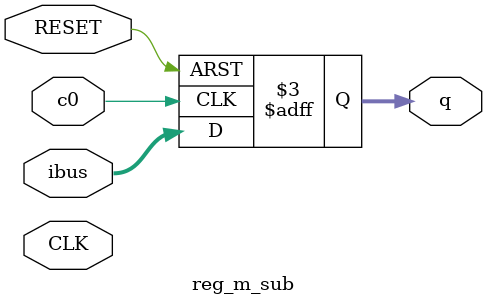
<source format=v>
`ifndef REG_M_SUB_V
`define REG_M_SUB_V

module reg_m_sub (
  input CLK, RESET, c0,
  input [31:0] ibus,
  output reg [31:0] q
);

always@(posedge c0, negedge RESET) begin
  if(!RESET) 
    q <= 0;
  else if (c0)
    q <= ibus;
  end
endmodule

`endif
</source>
